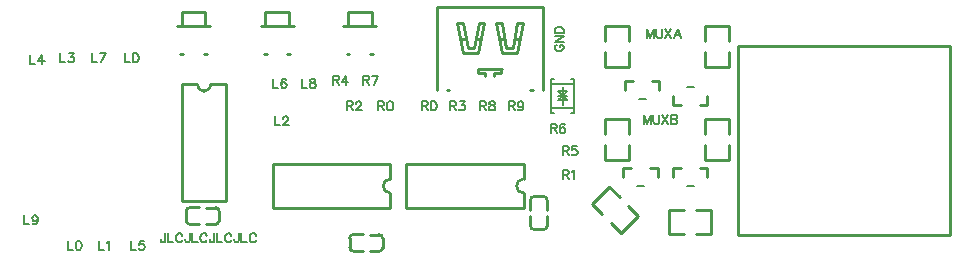
<source format=gto>
G04 Layer: TopSilkscreenLayer*
G04 EasyEDA v6.5.1, 2022-03-27 10:56:29*
G04 5bdfba2922064175801a4ef29472edea,f5a38c858c354eb5b90fd3f81420cce3,10*
G04 Gerber Generator version 0.2*
G04 Scale: 100 percent, Rotated: No, Reflected: No *
G04 Dimensions in millimeters *
G04 leading zeros omitted , absolute positions ,4 integer and 5 decimal *
%FSLAX45Y45*%
%MOMM*%

%ADD10C,0.2540*%
%ADD12C,0.1500*%
%ADD13C,0.2000*%
%ADD46C,0.2500*%
%ADD47C,0.1524*%
%ADD48C,0.1800*%
%ADD49C,0.2032*%
%ADD50C,0.1600*%

%LPD*%
D48*
X1751177Y-1811017D02*
G01*
X1751177Y-1869691D01*
X1747367Y-1880613D01*
X1743811Y-1884169D01*
X1736445Y-1887979D01*
X1729079Y-1887979D01*
X1721713Y-1884169D01*
X1718157Y-1880613D01*
X1714601Y-1869691D01*
X1714601Y-1862325D01*
X1775307Y-1811017D02*
G01*
X1775307Y-1887979D01*
X1775307Y-1887979D02*
G01*
X1819249Y-1887979D01*
X1898243Y-1829305D02*
G01*
X1894433Y-1821939D01*
X1887321Y-1814827D01*
X1879955Y-1811017D01*
X1865223Y-1811017D01*
X1857857Y-1814827D01*
X1850491Y-1821939D01*
X1846935Y-1829305D01*
X1843379Y-1840227D01*
X1843379Y-1858515D01*
X1846935Y-1869691D01*
X1850491Y-1876803D01*
X1857857Y-1884169D01*
X1865223Y-1887979D01*
X1879955Y-1887979D01*
X1887321Y-1884169D01*
X1894433Y-1876803D01*
X1898243Y-1869691D01*
X1958949Y-1811017D02*
G01*
X1958949Y-1869691D01*
X1955393Y-1880613D01*
X1951583Y-1884169D01*
X1944217Y-1887979D01*
X1936851Y-1887979D01*
X1929739Y-1884169D01*
X1925929Y-1880613D01*
X1922373Y-1869691D01*
X1922373Y-1862325D01*
X1983079Y-1811017D02*
G01*
X1983079Y-1887979D01*
X1983079Y-1887979D02*
G01*
X2027021Y-1887979D01*
X2106015Y-1829305D02*
G01*
X2102459Y-1821939D01*
X2095093Y-1814827D01*
X2087727Y-1811017D01*
X2072995Y-1811017D01*
X2065883Y-1814827D01*
X2058517Y-1821939D01*
X2054707Y-1829305D01*
X2051151Y-1840227D01*
X2051151Y-1858515D01*
X2054707Y-1869691D01*
X2058517Y-1876803D01*
X2065883Y-1884169D01*
X2072995Y-1887979D01*
X2087727Y-1887979D01*
X2095093Y-1884169D01*
X2102459Y-1876803D01*
X2106015Y-1869691D01*
X2166721Y-1811017D02*
G01*
X2166721Y-1869691D01*
X2163165Y-1880613D01*
X2159355Y-1884169D01*
X2152243Y-1887979D01*
X2144877Y-1887979D01*
X2137511Y-1884169D01*
X2133955Y-1880613D01*
X2130145Y-1869691D01*
X2130145Y-1862325D01*
X2190851Y-1811017D02*
G01*
X2190851Y-1887979D01*
X2190851Y-1887979D02*
G01*
X2234793Y-1887979D01*
X2313787Y-1829305D02*
G01*
X2310231Y-1821939D01*
X2302865Y-1814827D01*
X2295499Y-1811017D01*
X2281021Y-1811017D01*
X2273655Y-1814827D01*
X2266289Y-1821939D01*
X2262733Y-1829305D01*
X2258923Y-1840227D01*
X2258923Y-1858515D01*
X2262733Y-1869691D01*
X2266289Y-1876803D01*
X2273655Y-1884169D01*
X2281021Y-1887979D01*
X2295499Y-1887979D01*
X2302865Y-1884169D01*
X2310231Y-1876803D01*
X2313787Y-1869691D01*
X2374493Y-1811017D02*
G01*
X2374493Y-1869691D01*
X2370937Y-1880613D01*
X2367381Y-1884169D01*
X2360015Y-1887979D01*
X2352649Y-1887979D01*
X2345283Y-1884169D01*
X2341727Y-1880613D01*
X2337917Y-1869691D01*
X2337917Y-1862325D01*
X2398623Y-1811017D02*
G01*
X2398623Y-1887979D01*
X2398623Y-1887979D02*
G01*
X2442565Y-1887979D01*
X2521813Y-1829305D02*
G01*
X2518003Y-1821939D01*
X2510637Y-1814827D01*
X2503525Y-1811017D01*
X2488793Y-1811017D01*
X2481427Y-1814827D01*
X2474061Y-1821939D01*
X2470505Y-1829305D01*
X2466695Y-1840227D01*
X2466695Y-1858515D01*
X2470505Y-1869691D01*
X2474061Y-1876803D01*
X2481427Y-1884169D01*
X2488793Y-1887979D01*
X2503525Y-1887979D01*
X2510637Y-1884169D01*
X2518003Y-1876803D01*
X2521813Y-1869691D01*
D49*
X5068315Y-212089D02*
G01*
X5060950Y-215900D01*
X5053584Y-223012D01*
X5050027Y-230378D01*
X5050027Y-244855D01*
X5053584Y-252221D01*
X5060950Y-259334D01*
X5068315Y-263144D01*
X5079238Y-266700D01*
X5097272Y-266700D01*
X5108193Y-263144D01*
X5115559Y-259334D01*
X5122925Y-252221D01*
X5126481Y-244855D01*
X5126481Y-230378D01*
X5122925Y-223012D01*
X5115559Y-215900D01*
X5108193Y-212089D01*
X5097272Y-212089D01*
X5097272Y-230378D02*
G01*
X5097272Y-212089D01*
X5050027Y-188213D02*
G01*
X5126481Y-188213D01*
X5050027Y-188213D02*
G01*
X5126481Y-137160D01*
X5050027Y-137160D02*
G01*
X5126481Y-137160D01*
X5050027Y-113284D02*
G01*
X5126481Y-113284D01*
X5050027Y-113284D02*
G01*
X5050027Y-87884D01*
X5053584Y-76962D01*
X5060950Y-69595D01*
X5068315Y-66039D01*
X5079238Y-62229D01*
X5097272Y-62229D01*
X5108193Y-66039D01*
X5115559Y-69595D01*
X5122925Y-76962D01*
X5126481Y-87884D01*
X5126481Y-113284D01*
X5829401Y-84353D02*
G01*
X5829401Y-160807D01*
X5829401Y-84353D02*
G01*
X5858357Y-160807D01*
X5887567Y-84353D02*
G01*
X5858357Y-160807D01*
X5887567Y-84353D02*
G01*
X5887567Y-160807D01*
X5911443Y-84353D02*
G01*
X5911443Y-138963D01*
X5914999Y-149885D01*
X5922365Y-156997D01*
X5933287Y-160807D01*
X5940653Y-160807D01*
X5951575Y-156997D01*
X5958687Y-149885D01*
X5962497Y-138963D01*
X5962497Y-84353D01*
X5986373Y-84353D02*
G01*
X6037173Y-160807D01*
X6037173Y-84353D02*
G01*
X5986373Y-160807D01*
X6090513Y-84353D02*
G01*
X6061303Y-160807D01*
X6090513Y-84353D02*
G01*
X6119469Y-160807D01*
X6072225Y-135407D02*
G01*
X6108547Y-135407D01*
X5803897Y-808228D02*
G01*
X5803897Y-884681D01*
X5803897Y-808228D02*
G01*
X5833104Y-884681D01*
X5862060Y-808228D02*
G01*
X5833104Y-884681D01*
X5862060Y-808228D02*
G01*
X5862060Y-884681D01*
X5886190Y-808228D02*
G01*
X5886190Y-862837D01*
X5889746Y-873760D01*
X5897110Y-881126D01*
X5907780Y-884681D01*
X5915146Y-884681D01*
X5926066Y-881126D01*
X5933434Y-873757D01*
X5936990Y-862837D01*
X5936990Y-808228D01*
X5960866Y-808228D02*
G01*
X6011923Y-884681D01*
X6011923Y-808228D02*
G01*
X5960866Y-884681D01*
X6035794Y-808228D02*
G01*
X6035796Y-884679D01*
X6035794Y-808228D02*
G01*
X6068562Y-808228D01*
X6079484Y-811784D01*
X6083294Y-815594D01*
X6086850Y-822705D01*
X6086850Y-830071D01*
X6083294Y-837437D01*
X6079484Y-840994D01*
X6068562Y-844552D01*
X6035796Y-844550D02*
G01*
X6068562Y-844552D01*
X6079484Y-848360D01*
X6083294Y-851915D01*
X6086850Y-859281D01*
X6086850Y-870204D01*
X6083294Y-877315D01*
X6079484Y-881126D01*
X6068562Y-884681D01*
X6035796Y-884679D01*
D50*
X609600Y-300228D02*
G01*
X609600Y-376681D01*
X609600Y-376681D02*
G01*
X653287Y-376681D01*
X713486Y-300228D02*
G01*
X677163Y-351281D01*
X731773Y-351281D01*
X713486Y-300228D02*
G01*
X713486Y-376681D01*
X863600Y-287528D02*
G01*
X863600Y-363981D01*
X863600Y-363981D02*
G01*
X907287Y-363981D01*
X938529Y-287528D02*
G01*
X978407Y-287528D01*
X956563Y-316737D01*
X967486Y-316737D01*
X974852Y-320294D01*
X978407Y-323850D01*
X982218Y-334771D01*
X982218Y-342137D01*
X978407Y-353060D01*
X971295Y-360426D01*
X960373Y-363981D01*
X949452Y-363981D01*
X938529Y-360426D01*
X934973Y-356615D01*
X931163Y-349504D01*
X1130300Y-287528D02*
G01*
X1130300Y-363981D01*
X1130300Y-363981D02*
G01*
X1173987Y-363981D01*
X1248918Y-287528D02*
G01*
X1212595Y-363981D01*
X1197863Y-287528D02*
G01*
X1248918Y-287528D01*
X1409700Y-287528D02*
G01*
X1409700Y-363981D01*
X1409700Y-363981D02*
G01*
X1453387Y-363981D01*
X1477263Y-287528D02*
G01*
X1477263Y-363981D01*
X1477263Y-287528D02*
G01*
X1502663Y-287528D01*
X1513586Y-291084D01*
X1520952Y-298450D01*
X1524507Y-305815D01*
X1528318Y-316737D01*
X1528318Y-334771D01*
X1524507Y-345694D01*
X1520952Y-353060D01*
X1513586Y-360426D01*
X1502663Y-363981D01*
X1477263Y-363981D01*
X558800Y-1659128D02*
G01*
X558800Y-1735581D01*
X558800Y-1735581D02*
G01*
X602487Y-1735581D01*
X673607Y-1684528D02*
G01*
X670052Y-1695450D01*
X662686Y-1702815D01*
X651763Y-1706371D01*
X648207Y-1706371D01*
X637286Y-1702815D01*
X630173Y-1695450D01*
X626363Y-1684528D01*
X626363Y-1680971D01*
X630173Y-1670050D01*
X637286Y-1662684D01*
X648207Y-1659128D01*
X651763Y-1659128D01*
X662686Y-1662684D01*
X670052Y-1670050D01*
X673607Y-1684528D01*
X673607Y-1702815D01*
X670052Y-1721104D01*
X662686Y-1732026D01*
X651763Y-1735581D01*
X644652Y-1735581D01*
X633729Y-1732026D01*
X630173Y-1724660D01*
X927100Y-1875028D02*
G01*
X927100Y-1951481D01*
X927100Y-1951481D02*
G01*
X970787Y-1951481D01*
X1016507Y-1875028D02*
G01*
X1005586Y-1878584D01*
X998473Y-1889505D01*
X994663Y-1907794D01*
X994663Y-1918715D01*
X998473Y-1937004D01*
X1005586Y-1947926D01*
X1016507Y-1951481D01*
X1023873Y-1951481D01*
X1034795Y-1947926D01*
X1041907Y-1937004D01*
X1045718Y-1918715D01*
X1045718Y-1907794D01*
X1041907Y-1889505D01*
X1034795Y-1878584D01*
X1023873Y-1875028D01*
X1016507Y-1875028D01*
X1193800Y-1875028D02*
G01*
X1193800Y-1951481D01*
X1193800Y-1951481D02*
G01*
X1237487Y-1951481D01*
X1261363Y-1889505D02*
G01*
X1268729Y-1885950D01*
X1279652Y-1875028D01*
X1279652Y-1951481D01*
X1460500Y-1875028D02*
G01*
X1460500Y-1951481D01*
X1460500Y-1951481D02*
G01*
X1504187Y-1951481D01*
X1571752Y-1875028D02*
G01*
X1535429Y-1875028D01*
X1531873Y-1907794D01*
X1535429Y-1904237D01*
X1546352Y-1900428D01*
X1557273Y-1900428D01*
X1568195Y-1904237D01*
X1575307Y-1911350D01*
X1579118Y-1922271D01*
X1579118Y-1929637D01*
X1575307Y-1940560D01*
X1568195Y-1947926D01*
X1557273Y-1951481D01*
X1546352Y-1951481D01*
X1535429Y-1947926D01*
X1531873Y-1944115D01*
X1528063Y-1937004D01*
X2667000Y-503428D02*
G01*
X2667000Y-579881D01*
X2667000Y-579881D02*
G01*
X2710688Y-579881D01*
X2778252Y-514350D02*
G01*
X2774695Y-506984D01*
X2763774Y-503428D01*
X2756408Y-503428D01*
X2745486Y-506984D01*
X2738374Y-517905D01*
X2734563Y-536194D01*
X2734563Y-554481D01*
X2738374Y-568960D01*
X2745486Y-576326D01*
X2756408Y-579881D01*
X2759963Y-579881D01*
X2770886Y-576326D01*
X2778252Y-568960D01*
X2781808Y-558037D01*
X2781808Y-554481D01*
X2778252Y-543560D01*
X2770886Y-536194D01*
X2759963Y-532637D01*
X2756408Y-532637D01*
X2745486Y-536194D01*
X2738374Y-543560D01*
X2734563Y-554481D01*
X2908300Y-503428D02*
G01*
X2908300Y-579881D01*
X2908300Y-579881D02*
G01*
X2951988Y-579881D01*
X2994152Y-503428D02*
G01*
X2983229Y-506984D01*
X2979674Y-514350D01*
X2979674Y-521715D01*
X2983229Y-528828D01*
X2990595Y-532637D01*
X3005074Y-536194D01*
X3015995Y-539750D01*
X3023108Y-547115D01*
X3026918Y-554481D01*
X3026918Y-565404D01*
X3023108Y-572515D01*
X3019552Y-576326D01*
X3008629Y-579881D01*
X2994152Y-579881D01*
X2983229Y-576326D01*
X2979674Y-572515D01*
X2975863Y-565404D01*
X2975863Y-554481D01*
X2979674Y-547115D01*
X2986786Y-539750D01*
X2997708Y-536194D01*
X3012186Y-532637D01*
X3019552Y-528828D01*
X3023108Y-521715D01*
X3023108Y-514350D01*
X3019552Y-506984D01*
X3008629Y-503428D01*
X2994152Y-503428D01*
X2679700Y-820928D02*
G01*
X2679700Y-897381D01*
X2679700Y-897381D02*
G01*
X2723388Y-897381D01*
X2751074Y-839215D02*
G01*
X2751074Y-835405D01*
X2754629Y-828294D01*
X2758186Y-824484D01*
X2765552Y-820928D01*
X2780029Y-820928D01*
X2787395Y-824484D01*
X2790952Y-828294D01*
X2794508Y-835405D01*
X2794508Y-842771D01*
X2790952Y-850137D01*
X2783586Y-861060D01*
X2747263Y-897381D01*
X2798318Y-897381D01*
X3175000Y-478028D02*
G01*
X3175000Y-554481D01*
X3175000Y-478028D02*
G01*
X3207765Y-478028D01*
X3218688Y-481584D01*
X3222243Y-485394D01*
X3225800Y-492505D01*
X3225800Y-499871D01*
X3222243Y-507237D01*
X3218688Y-510794D01*
X3207765Y-514350D01*
X3175000Y-514350D01*
X3200400Y-514350D02*
G01*
X3225800Y-554481D01*
X3286252Y-478028D02*
G01*
X3249929Y-529081D01*
X3304540Y-529081D01*
X3286252Y-478028D02*
G01*
X3286252Y-554481D01*
X3429000Y-478028D02*
G01*
X3429000Y-554481D01*
X3429000Y-478028D02*
G01*
X3461765Y-478028D01*
X3472688Y-481584D01*
X3476243Y-485394D01*
X3479800Y-492505D01*
X3479800Y-499871D01*
X3476243Y-507237D01*
X3472688Y-510794D01*
X3461765Y-514350D01*
X3429000Y-514350D01*
X3454400Y-514350D02*
G01*
X3479800Y-554481D01*
X3554729Y-478028D02*
G01*
X3518408Y-554481D01*
X3503929Y-478028D02*
G01*
X3554729Y-478028D01*
X3289300Y-693928D02*
G01*
X3289300Y-770381D01*
X3289300Y-693928D02*
G01*
X3322065Y-693928D01*
X3332988Y-697484D01*
X3336543Y-701294D01*
X3340100Y-708405D01*
X3340100Y-715771D01*
X3336543Y-723137D01*
X3332988Y-726694D01*
X3322065Y-730250D01*
X3289300Y-730250D01*
X3314700Y-730250D02*
G01*
X3340100Y-770381D01*
X3367786Y-712215D02*
G01*
X3367786Y-708405D01*
X3371595Y-701294D01*
X3375152Y-697484D01*
X3382263Y-693928D01*
X3396995Y-693928D01*
X3404108Y-697484D01*
X3407918Y-701294D01*
X3411474Y-708405D01*
X3411474Y-715771D01*
X3407918Y-723137D01*
X3400552Y-734060D01*
X3364229Y-770381D01*
X3415029Y-770381D01*
X3556000Y-693928D02*
G01*
X3556000Y-770381D01*
X3556000Y-693928D02*
G01*
X3588765Y-693928D01*
X3599688Y-697484D01*
X3603243Y-701294D01*
X3606800Y-708405D01*
X3606800Y-715771D01*
X3603243Y-723137D01*
X3599688Y-726694D01*
X3588765Y-730250D01*
X3556000Y-730250D01*
X3581400Y-730250D02*
G01*
X3606800Y-770381D01*
X3652774Y-693928D02*
G01*
X3641852Y-697484D01*
X3634486Y-708405D01*
X3630929Y-726694D01*
X3630929Y-737615D01*
X3634486Y-755904D01*
X3641852Y-766826D01*
X3652774Y-770381D01*
X3659886Y-770381D01*
X3670808Y-766826D01*
X3678174Y-755904D01*
X3681729Y-737615D01*
X3681729Y-726694D01*
X3678174Y-708405D01*
X3670808Y-697484D01*
X3659886Y-693928D01*
X3652774Y-693928D01*
X3924300Y-693928D02*
G01*
X3924300Y-770381D01*
X3924300Y-693928D02*
G01*
X3957065Y-693928D01*
X3967988Y-697484D01*
X3971543Y-701294D01*
X3975100Y-708405D01*
X3975100Y-715771D01*
X3971543Y-723137D01*
X3967988Y-726694D01*
X3957065Y-730250D01*
X3924300Y-730250D01*
X3949700Y-730250D02*
G01*
X3975100Y-770381D01*
X3999229Y-693928D02*
G01*
X3999229Y-770381D01*
X3999229Y-693928D02*
G01*
X4024629Y-693928D01*
X4035552Y-697484D01*
X4042918Y-704850D01*
X4046474Y-712215D01*
X4050029Y-723137D01*
X4050029Y-741171D01*
X4046474Y-752094D01*
X4042918Y-759460D01*
X4035552Y-766826D01*
X4024629Y-770381D01*
X3999229Y-770381D01*
X4165600Y-693928D02*
G01*
X4165600Y-770381D01*
X4165600Y-693928D02*
G01*
X4198365Y-693928D01*
X4209288Y-697484D01*
X4212843Y-701294D01*
X4216400Y-708405D01*
X4216400Y-715771D01*
X4212843Y-723137D01*
X4209288Y-726694D01*
X4198365Y-730250D01*
X4165600Y-730250D01*
X4191000Y-730250D02*
G01*
X4216400Y-770381D01*
X4247895Y-693928D02*
G01*
X4287774Y-693928D01*
X4265929Y-723137D01*
X4276852Y-723137D01*
X4284218Y-726694D01*
X4287774Y-730250D01*
X4291329Y-741171D01*
X4291329Y-748537D01*
X4287774Y-759460D01*
X4280408Y-766826D01*
X4269486Y-770381D01*
X4258563Y-770381D01*
X4247895Y-766826D01*
X4244086Y-763015D01*
X4240529Y-755904D01*
X4419600Y-693928D02*
G01*
X4419600Y-770381D01*
X4419600Y-693928D02*
G01*
X4452365Y-693928D01*
X4463288Y-697484D01*
X4466843Y-701294D01*
X4470400Y-708405D01*
X4470400Y-715771D01*
X4466843Y-723137D01*
X4463288Y-726694D01*
X4452365Y-730250D01*
X4419600Y-730250D01*
X4445000Y-730250D02*
G01*
X4470400Y-770381D01*
X4512563Y-693928D02*
G01*
X4501895Y-697484D01*
X4498086Y-704850D01*
X4498086Y-712215D01*
X4501895Y-719328D01*
X4509008Y-723137D01*
X4523486Y-726694D01*
X4534408Y-730250D01*
X4541774Y-737615D01*
X4545329Y-744981D01*
X4545329Y-755904D01*
X4541774Y-763015D01*
X4538218Y-766826D01*
X4527295Y-770381D01*
X4512563Y-770381D01*
X4501895Y-766826D01*
X4498086Y-763015D01*
X4494529Y-755904D01*
X4494529Y-744981D01*
X4498086Y-737615D01*
X4505452Y-730250D01*
X4516374Y-726694D01*
X4530852Y-723137D01*
X4538218Y-719328D01*
X4541774Y-712215D01*
X4541774Y-704850D01*
X4538218Y-697484D01*
X4527295Y-693928D01*
X4512563Y-693928D01*
X4660900Y-693928D02*
G01*
X4660900Y-770381D01*
X4660900Y-693928D02*
G01*
X4693665Y-693928D01*
X4704588Y-697484D01*
X4708143Y-701294D01*
X4711700Y-708405D01*
X4711700Y-715771D01*
X4708143Y-723137D01*
X4704588Y-726694D01*
X4693665Y-730250D01*
X4660900Y-730250D01*
X4686300Y-730250D02*
G01*
X4711700Y-770381D01*
X4783074Y-719328D02*
G01*
X4779518Y-730250D01*
X4772152Y-737615D01*
X4761229Y-741171D01*
X4757674Y-741171D01*
X4746752Y-737615D01*
X4739386Y-730250D01*
X4735829Y-719328D01*
X4735829Y-715771D01*
X4739386Y-704850D01*
X4746752Y-697484D01*
X4757674Y-693928D01*
X4761229Y-693928D01*
X4772152Y-697484D01*
X4779518Y-704850D01*
X4783074Y-719328D01*
X4783074Y-737615D01*
X4779518Y-755904D01*
X4772152Y-766826D01*
X4761229Y-770381D01*
X4753863Y-770381D01*
X4743195Y-766826D01*
X4739386Y-759460D01*
X5016550Y-884428D02*
G01*
X5016550Y-960881D01*
X5016550Y-884428D02*
G01*
X5049316Y-884428D01*
X5060238Y-887984D01*
X5063794Y-891794D01*
X5067350Y-898905D01*
X5067350Y-906271D01*
X5063794Y-913637D01*
X5060238Y-917194D01*
X5049316Y-920750D01*
X5016550Y-920750D01*
X5041950Y-920750D02*
G01*
X5067350Y-960881D01*
X5135168Y-895350D02*
G01*
X5131358Y-887984D01*
X5120436Y-884428D01*
X5113324Y-884428D01*
X5102402Y-887984D01*
X5095036Y-898905D01*
X5091480Y-917194D01*
X5091480Y-935481D01*
X5095036Y-949960D01*
X5102402Y-957326D01*
X5113324Y-960881D01*
X5116880Y-960881D01*
X5127802Y-957326D01*
X5135168Y-949960D01*
X5138724Y-939037D01*
X5138724Y-935481D01*
X5135168Y-924560D01*
X5127802Y-917194D01*
X5116880Y-913637D01*
X5113324Y-913637D01*
X5102402Y-917194D01*
X5095036Y-924560D01*
X5091480Y-935481D01*
X5118150Y-1074928D02*
G01*
X5118150Y-1151381D01*
X5118150Y-1074928D02*
G01*
X5150916Y-1074928D01*
X5161838Y-1078484D01*
X5165394Y-1082294D01*
X5168950Y-1089405D01*
X5168950Y-1096771D01*
X5165394Y-1104137D01*
X5161838Y-1107694D01*
X5150916Y-1111250D01*
X5118150Y-1111250D01*
X5143550Y-1111250D02*
G01*
X5168950Y-1151381D01*
X5236768Y-1074928D02*
G01*
X5200192Y-1074928D01*
X5196636Y-1107694D01*
X5200192Y-1104137D01*
X5211114Y-1100328D01*
X5222036Y-1100328D01*
X5232958Y-1104137D01*
X5240324Y-1111250D01*
X5243880Y-1122171D01*
X5243880Y-1129537D01*
X5240324Y-1140460D01*
X5232958Y-1147826D01*
X5222036Y-1151381D01*
X5211114Y-1151381D01*
X5200192Y-1147826D01*
X5196636Y-1144015D01*
X5193080Y-1136904D01*
X5118100Y-1278128D02*
G01*
X5118100Y-1354581D01*
X5118100Y-1278128D02*
G01*
X5150865Y-1278128D01*
X5161788Y-1281684D01*
X5165343Y-1285494D01*
X5168900Y-1292605D01*
X5168900Y-1299971D01*
X5165343Y-1307337D01*
X5161788Y-1310894D01*
X5150865Y-1314450D01*
X5118100Y-1314450D01*
X5143500Y-1314450D02*
G01*
X5168900Y-1354581D01*
X5193029Y-1292605D02*
G01*
X5200395Y-1289050D01*
X5211063Y-1278128D01*
X5211063Y-1354581D01*
D10*
X2041232Y-1733499D02*
G01*
X1961230Y-1733499D01*
X1930250Y-1622518D02*
G01*
X1930250Y-1702518D01*
X2041232Y-1591536D02*
G01*
X1961230Y-1591536D01*
X2098822Y-1734083D02*
G01*
X2178817Y-1734083D01*
X2098822Y-1592120D02*
G01*
X2178817Y-1592120D01*
X2209800Y-1623100D02*
G01*
X2209800Y-1703103D01*
X3425532Y-1962099D02*
G01*
X3345530Y-1962099D01*
X3314550Y-1851118D02*
G01*
X3314550Y-1931118D01*
X3425532Y-1820136D02*
G01*
X3345530Y-1820136D01*
X3483122Y-1962683D02*
G01*
X3563117Y-1962683D01*
X3483122Y-1820720D02*
G01*
X3563117Y-1820720D01*
X3594100Y-1851700D02*
G01*
X3594100Y-1931703D01*
X4845100Y-1609432D02*
G01*
X4845100Y-1529430D01*
X4956081Y-1498450D02*
G01*
X4876081Y-1498450D01*
X4987063Y-1609432D02*
G01*
X4987063Y-1529430D01*
X4844516Y-1667022D02*
G01*
X4844516Y-1747017D01*
X4986479Y-1667022D02*
G01*
X4986479Y-1747017D01*
X4955499Y-1778000D02*
G01*
X4875496Y-1778000D01*
X5645200Y-600710D02*
G01*
X5645200Y-519203D01*
X5711190Y-519201D01*
X5871209Y-519201D02*
G01*
X5937199Y-519203D01*
X5871209Y-519201D01*
X5937199Y-519203D01*
X5937199Y-600710D01*
D13*
X5761202Y-674192D02*
G01*
X5821197Y-674192D01*
D10*
X5632500Y-1337310D02*
G01*
X5632500Y-1255801D01*
X5698490Y-1255801D01*
X5858509Y-1255801D02*
G01*
X5924499Y-1255801D01*
X5858509Y-1255801D01*
X5924499Y-1255801D01*
X5924499Y-1337310D01*
D13*
X5748502Y-1410792D02*
G01*
X5808497Y-1410792D01*
D10*
X5677296Y-966000D02*
G01*
X5677296Y-840999D01*
X5473303Y-966000D02*
G01*
X5473303Y-840999D01*
X5677296Y-1065999D02*
G01*
X5677296Y-1191000D01*
X5473303Y-1065999D02*
G01*
X5473303Y-1191000D01*
X5677298Y-840996D02*
G01*
X5473303Y-840999D01*
X5677296Y-1191000D02*
G01*
X5473303Y-1191000D01*
X5677296Y-178600D02*
G01*
X5677296Y-53599D01*
X5473303Y-178600D02*
G01*
X5473303Y-53599D01*
X5677296Y-278599D02*
G01*
X5677296Y-403600D01*
X5473303Y-278599D02*
G01*
X5473303Y-403600D01*
X5677296Y-53596D02*
G01*
X5473303Y-53599D01*
X5677296Y-403600D02*
G01*
X5473303Y-403600D01*
X5525833Y-1720377D02*
G01*
X5614222Y-1808767D01*
X5670077Y-1576133D02*
G01*
X5758467Y-1664522D01*
X5455122Y-1649666D02*
G01*
X5366732Y-1561277D01*
X5599366Y-1505422D02*
G01*
X5510977Y-1417032D01*
X5614222Y-1808769D02*
G01*
X5758467Y-1664522D01*
X5366732Y-1561277D02*
G01*
X5510977Y-1417032D01*
X6247599Y-1816496D02*
G01*
X6372600Y-1816496D01*
X6247599Y-1612503D02*
G01*
X6372600Y-1612503D01*
X6147600Y-1816496D02*
G01*
X6022599Y-1816496D01*
X6147600Y-1612503D02*
G01*
X6022599Y-1612503D01*
X6372603Y-1816496D02*
G01*
X6372600Y-1612503D01*
X6022599Y-1816496D02*
G01*
X6022599Y-1612503D01*
X6528196Y-178600D02*
G01*
X6528196Y-53599D01*
X6324203Y-178600D02*
G01*
X6324203Y-53599D01*
X6528196Y-278599D02*
G01*
X6528196Y-403600D01*
X6324203Y-278599D02*
G01*
X6324203Y-403600D01*
X6528196Y-53596D02*
G01*
X6324203Y-53599D01*
X6528196Y-403600D02*
G01*
X6324203Y-403600D01*
X6528196Y-966000D02*
G01*
X6528196Y-840999D01*
X6324203Y-966000D02*
G01*
X6324203Y-840999D01*
X6528196Y-1065999D02*
G01*
X6528196Y-1191000D01*
X6324203Y-1065999D02*
G01*
X6324203Y-1191000D01*
X6528196Y-840996D02*
G01*
X6324203Y-840999D01*
X6528196Y-1191000D02*
G01*
X6324203Y-1191000D01*
X6343599Y-643889D02*
G01*
X6343599Y-725398D01*
X6277609Y-725398D01*
X6117590Y-725398D02*
G01*
X6051600Y-725398D01*
X6117590Y-725398D01*
X6051600Y-725398D01*
X6051600Y-643889D01*
D13*
X6227597Y-570407D02*
G01*
X6167602Y-570407D01*
D10*
X6051600Y-1337310D02*
G01*
X6051600Y-1255803D01*
X6117590Y-1255801D01*
X6277609Y-1255801D02*
G01*
X6343599Y-1255803D01*
X6277609Y-1255801D01*
X6343599Y-1255803D01*
X6343599Y-1337310D01*
D13*
X6167602Y-1410792D02*
G01*
X6227597Y-1410792D01*
D10*
X1893900Y66398D02*
G01*
X2093899Y66398D01*
X1893900Y-53601D02*
G01*
X1893900Y66398D01*
X2093899Y-53601D02*
G01*
X2093899Y66398D01*
X2082015Y-294901D02*
G01*
X2105784Y-294901D01*
X1882015Y-294901D02*
G01*
X1905784Y-294901D01*
X2133899Y-53601D02*
G01*
X1853900Y-53601D01*
X2599999Y66398D02*
G01*
X2799999Y66398D01*
X2599999Y-53601D02*
G01*
X2599999Y66398D01*
X2799999Y-53601D02*
G01*
X2799999Y66398D01*
X2788114Y-294901D02*
G01*
X2811884Y-294901D01*
X2588115Y-294901D02*
G01*
X2611884Y-294901D01*
X2839999Y-53601D02*
G01*
X2559999Y-53601D01*
X3300001Y66398D02*
G01*
X3500000Y66398D01*
X3300001Y-53601D02*
G01*
X3300001Y66398D01*
X3500000Y-53601D02*
G01*
X3500000Y66398D01*
X3488115Y-294901D02*
G01*
X3511885Y-294901D01*
X3288116Y-294901D02*
G01*
X3311885Y-294901D01*
X3540000Y-53601D02*
G01*
X3260001Y-53601D01*
X8400000Y-1825002D02*
G01*
X6600004Y-1825002D01*
X6600004Y-225005D01*
X8400000Y-225005D01*
X8400000Y-1825002D01*
D46*
X4949997Y105006D02*
G01*
X4050002Y105006D01*
X4540001Y-454995D02*
G01*
X4540001Y-474995D01*
X4400001Y-414995D02*
G01*
X4400001Y-454995D01*
X4460001Y-454995D01*
X4460001Y-474995D01*
X4600000Y-414995D02*
G01*
X4600000Y-454995D01*
X4540001Y-454995D01*
X4601001Y-414995D02*
G01*
X4399000Y-414995D01*
D10*
X4781765Y-31671D02*
G01*
X4731981Y-281861D01*
X4601933Y-281861D01*
X4551895Y-31671D01*
X4601425Y-31671D01*
X4641303Y-241729D01*
X4694135Y-241729D01*
X4734267Y-31671D01*
X4781765Y-31671D01*
X4751793Y-161719D02*
G01*
X4711915Y-161719D01*
X4621857Y-161749D02*
G01*
X4581857Y-161749D01*
X4294179Y-162257D02*
G01*
X4254179Y-162257D01*
X4424116Y-162227D02*
G01*
X4384238Y-162227D01*
X4454088Y-32179D02*
G01*
X4404304Y-282369D01*
X4274256Y-282369D01*
X4224218Y-32179D01*
X4273748Y-32179D01*
X4313626Y-242237D01*
X4366458Y-242237D01*
X4406590Y-32179D01*
X4454088Y-32179D01*
D46*
X4949997Y-598995D02*
G01*
X4950000Y100007D01*
X4050002Y-598995D02*
G01*
X4050002Y100007D01*
X4865113Y-598995D02*
G01*
X4842911Y-598995D01*
X4157085Y-598995D02*
G01*
X4134883Y-598995D01*
D10*
X1897379Y-548639D02*
G01*
X1897379Y-1538986D01*
X2265679Y-1538986D01*
X2265679Y-543813D01*
X2265679Y-543813D02*
G01*
X2141232Y-543813D01*
X2024379Y-546100D02*
G01*
X1897379Y-546100D01*
X3655059Y-1224279D02*
G01*
X2664713Y-1224279D01*
X2664713Y-1592579D01*
X3659886Y-1592579D01*
X3659886Y-1592579D02*
G01*
X3659886Y-1468132D01*
X3657600Y-1351279D02*
G01*
X3657600Y-1224279D01*
X4785359Y-1224279D02*
G01*
X3795013Y-1224279D01*
X3795013Y-1592579D01*
X4790186Y-1592579D01*
X4790186Y-1592579D02*
G01*
X4790186Y-1468132D01*
X4787900Y-1351279D02*
G01*
X4787900Y-1224279D01*
D12*
X5156200Y-646201D02*
G01*
X5080000Y-646201D01*
D47*
X5215719Y-503580D02*
G01*
X5215719Y-788822D01*
X5020480Y-503580D02*
G01*
X5044777Y-503580D01*
X5215719Y-503580D02*
G01*
X5191422Y-503580D01*
X5215719Y-788822D02*
G01*
X5191422Y-788822D01*
D12*
X5118100Y-570001D02*
G01*
X5118100Y-722401D01*
X5156200Y-608101D02*
G01*
X5118100Y-646201D01*
X5080000Y-608101D01*
X5156200Y-608101D01*
X5080000Y-684301D02*
G01*
X5118100Y-646201D01*
X5156200Y-684301D01*
X5080000Y-684301D01*
D47*
X5215719Y-746107D02*
G01*
X5020480Y-746107D01*
X5215719Y-544520D02*
G01*
X5020480Y-544520D01*
X5020480Y-503580D02*
G01*
X5020480Y-788822D01*
X5020480Y-788822D02*
G01*
X5044777Y-788822D01*
D10*
G75*
G01*
X1930248Y-1622519D02*
G02*
X1961231Y-1591536I30983J0D01*
G75*
G01*
X1961231Y-1733502D02*
G02*
X1930248Y-1702519I0J30983D01*
G75*
G01*
X2178817Y-1592118D02*
G02*
X2209800Y-1623101I0J-30983D01*
G75*
G01*
X2209800Y-1703100D02*
G02*
X2178817Y-1734083I-30983J0D01*
G75*
G01*
X3314548Y-1851119D02*
G02*
X3345531Y-1820136I30983J0D01*
G75*
G01*
X3345531Y-1962102D02*
G02*
X3314548Y-1931119I0J30983D01*
G75*
G01*
X3563117Y-1820718D02*
G02*
X3594100Y-1851701I0J-30983D01*
G75*
G01*
X3594100Y-1931700D02*
G02*
X3563117Y-1962683I-30983J0D01*
G75*
G01*
X4956081Y-1498448D02*
G02*
X4987064Y-1529431I0J-30983D01*
G75*
G01*
X4845098Y-1529431D02*
G02*
X4876081Y-1498448I30983J0D01*
G75*
G01*
X4986482Y-1747017D02*
G02*
X4955499Y-1778000I-30983J0D01*
G75*
G01*
X4875500Y-1778000D02*
G02*
X4844517Y-1747017I0J30983D01*
G75*
G01*
X2024380Y-546100D02*
G03*
X2141233Y-546392I58420J-2548D01*
G75*
G01*
X3657600Y-1351280D02*
G03*
X3657308Y-1468133I-2548J-58420D01*
G75*
G01*
X4787900Y-1351280D02*
G03*
X4787608Y-1468133I-2548J-58420D01*
M02*

</source>
